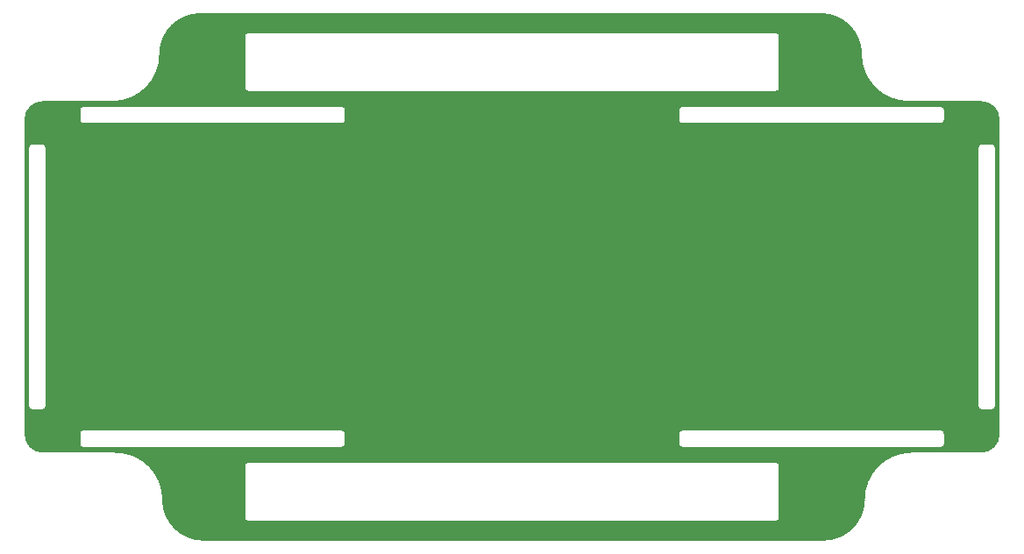
<source format=gtl>
G04 Layer: TopLayer*
G04 EasyEDA Pro v1.7.27, 2022-09-03 12:36:09*
G04 Gerber Generator version 0.3*
G04 Scale: 100 percent, Rotated: No, Reflected: No*
G04 Dimensions in millimeters*
G04 Leading zeros omitted, absolute positions, 3 integers and 3 decimals*
%FSLAX33Y33*%
%MOMM*%
%ADD999C,0.2032*%
G75*


G04 Copper Start*
G36*
G01X17527Y367D02*
G02X13644Y4170I0J3884D01*
G03X13654Y4251I-349J81D01*
G03X9106Y8851I-4600J0D01*
G01X9102Y8852D01*
G03X9000Y8867I-102J-343D01*
G01X2000D01*
G02X358Y10509I0J1642D01*
G01Y41008D01*
G02X2000Y42650I1642J-0D01*
G01X2001D01*
G01X8763Y42648D01*
G03X8882Y42668I0J358D01*
G03X13364Y47267I-118J4599D01*
G03X13359Y47330I-358J-0D01*
G02X17242Y51151I3883J-63D01*
G01X77173D01*
G02X81056Y47348I-0J-3884D01*
G03X81046Y47267I349J-81D01*
G03X85603Y42667I4600J0D01*
G01X85641Y42658D01*
G03X85725Y42648I84J348D01*
G01X92699Y42650D01*
G01X92700D01*
G02X94342Y41008I0J-1642D01*
G01Y10510D01*
G02X92700Y8868I-1642J0D01*
G01X92699D01*
G01X85937Y8870D01*
G03X85818Y8850I0J-358D01*
G03X81336Y4251I118J-4599D01*
G03X81341Y4188I358J0D01*
G02X77458Y367I-3883J63D01*
G01X17527D01*
G37*
%LPC*%
G36*
G01X72850Y43651D02*
G03X73208Y44009I0J358D01*
G01Y49009D01*
G03X72850Y49367I-358J0D01*
G01X21850D01*
G03X21492Y49009I0J-358D01*
G01Y44009D01*
G03X21850Y43651I358J0D01*
G01X72850D01*
G37*
G36*
G01X72850Y2151D02*
G03X73208Y2509I0J358D01*
G01Y7509D01*
G03X72850Y7867I-358J0D01*
G01X21850D01*
G03X21492Y7509I0J-358D01*
G01Y2509D01*
G03X21850Y2151I358J0D01*
G01X72850D01*
G37*
G36*
G01X92342Y13259D02*
G03X92700Y12901I358J0D01*
G01X93700D01*
G03X94058Y13259I0J358D01*
G01Y38259D01*
G03X93700Y38617I-358J0D01*
G01X92700D01*
G03X92342Y38259I0J-358D01*
G01Y13259D01*
G37*
G36*
G01X88775Y9265D02*
G03X89133Y9623I0J358D01*
G01Y10623D01*
G03X88775Y10981I-358J0D01*
G01X63775D01*
G03X63417Y10623I0J-358D01*
G01Y9623D01*
G03X63775Y9265I358J0D01*
G01X88775D01*
G37*
G36*
G01X30925Y9265D02*
G03X31283Y9623I0J358D01*
G01Y10623D01*
G03X30925Y10981I-358J0D01*
G01X5925D01*
G03X5567Y10623I0J-358D01*
G01Y9623D01*
G03X5925Y9265I358J0D01*
G01X30925D01*
G37*
G36*
G01X2000Y12901D02*
G03X2358Y13259I0J358D01*
G01Y38259D01*
G03X2000Y38617I-358J0D01*
G01X1000D01*
G03X642Y38259I0J-358D01*
G01Y13259D01*
G03X1000Y12901I358J0D01*
G01X2000D01*
G37*
G36*
G01X63417Y40895D02*
G03X63775Y40537I358J0D01*
G01X88775D01*
G03X89133Y40895I0J358D01*
G01Y41895D01*
G03X88775Y42253I-358J0D01*
G01X63775D01*
G03X63417Y41895I0J-358D01*
G01Y40895D01*
G37*
G36*
G01X5567Y40895D02*
G03X5925Y40537I358J0D01*
G01X30925D01*
G03X31283Y40895I0J358D01*
G01Y41895D01*
G03X30925Y42253I-358J0D01*
G01X5925D01*
G03X5567Y41895I0J-358D01*
G01Y40895D01*
G37*
%LPD*%
G54D999*
G01X17527Y367D02*
G02X13644Y4170I0J3884D01*
G03X13654Y4251I-349J81D01*
G03X9106Y8851I-4600J0D01*
G01X9102Y8852D01*
G03X9000Y8867I-102J-343D01*
G01X2000D01*
G02X358Y10509I0J1642D01*
G01Y41008D01*
G02X2000Y42650I1642J-0D01*
G01X2001D01*
G01X8763Y42648D01*
G03X8882Y42668I0J358D01*
G03X13364Y47267I-118J4599D01*
G03X13359Y47330I-358J-0D01*
G02X17242Y51151I3883J-63D01*
G01X77173D01*
G02X81056Y47348I-0J-3884D01*
G03X81046Y47267I349J-81D01*
G03X85603Y42667I4600J0D01*
G01X85641Y42658D01*
G03X85725Y42648I84J348D01*
G01X92699Y42650D01*
G01X92700D01*
G02X94342Y41008I0J-1642D01*
G01Y10510D01*
G02X92700Y8868I-1642J0D01*
G01X92699D01*
G01X85937Y8870D01*
G03X85818Y8850I0J-358D01*
G03X81336Y4251I118J-4599D01*
G03X81341Y4188I358J0D01*
G02X77458Y367I-3883J63D01*
G01X17527D01*
G01X72850Y43651D02*
G03X73208Y44009I0J358D01*
G01Y49009D01*
G03X72850Y49367I-358J0D01*
G01X21850D01*
G03X21492Y49009I0J-358D01*
G01Y44009D01*
G03X21850Y43651I358J0D01*
G01X72850D01*
G01X72850Y2151D02*
G03X73208Y2509I0J358D01*
G01Y7509D01*
G03X72850Y7867I-358J0D01*
G01X21850D01*
G03X21492Y7509I0J-358D01*
G01Y2509D01*
G03X21850Y2151I358J0D01*
G01X72850D01*
G01X92342Y13259D02*
G03X92700Y12901I358J0D01*
G01X93700D01*
G03X94058Y13259I0J358D01*
G01Y38259D01*
G03X93700Y38617I-358J0D01*
G01X92700D01*
G03X92342Y38259I0J-358D01*
G01Y13259D01*
G01X88775Y9265D02*
G03X89133Y9623I0J358D01*
G01Y10623D01*
G03X88775Y10981I-358J0D01*
G01X63775D01*
G03X63417Y10623I0J-358D01*
G01Y9623D01*
G03X63775Y9265I358J0D01*
G01X88775D01*
G01X30925Y9265D02*
G03X31283Y9623I0J358D01*
G01Y10623D01*
G03X30925Y10981I-358J0D01*
G01X5925D01*
G03X5567Y10623I0J-358D01*
G01Y9623D01*
G03X5925Y9265I358J0D01*
G01X30925D01*
G01X2000Y12901D02*
G03X2358Y13259I0J358D01*
G01Y38259D01*
G03X2000Y38617I-358J0D01*
G01X1000D01*
G03X642Y38259I0J-358D01*
G01Y13259D01*
G03X1000Y12901I358J0D01*
G01X2000D01*
G01X63417Y40895D02*
G03X63775Y40537I358J0D01*
G01X88775D01*
G03X89133Y40895I0J358D01*
G01Y41895D01*
G03X88775Y42253I-358J0D01*
G01X63775D01*
G03X63417Y41895I0J-358D01*
G01Y40895D01*
G01X5567Y40895D02*
G03X5925Y40537I358J0D01*
G01X30925D01*
G03X31283Y40895I0J358D01*
G01Y41895D01*
G03X30925Y42253I-358J0D01*
G01X5925D01*
G03X5567Y41895I0J-358D01*
G01Y40895D01*
G04 Copper End*

M02*

</source>
